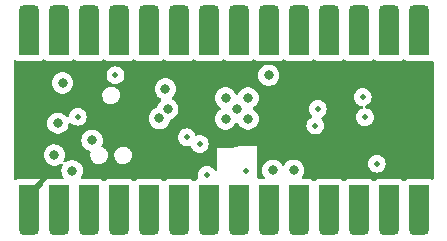
<source format=gbr>
%TF.GenerationSoftware,KiCad,Pcbnew,7.0.7*%
%TF.CreationDate,2024-01-24T12:14:40-08:00*%
%TF.ProjectId,Waffle_Mini_v0,57616666-6c65-45f4-9d69-6e695f76302e,rev?*%
%TF.SameCoordinates,Original*%
%TF.FileFunction,Copper,L3,Inr*%
%TF.FilePolarity,Positive*%
%FSLAX46Y46*%
G04 Gerber Fmt 4.6, Leading zero omitted, Abs format (unit mm)*
G04 Created by KiCad (PCBNEW 7.0.7) date 2024-01-24 12:14:40*
%MOMM*%
%LPD*%
G01*
G04 APERTURE LIST*
G04 Aperture macros list*
%AMRoundRect*
0 Rectangle with rounded corners*
0 $1 Rounding radius*
0 $2 $3 $4 $5 $6 $7 $8 $9 X,Y pos of 4 corners*
0 Add a 4 corners polygon primitive as box body*
4,1,4,$2,$3,$4,$5,$6,$7,$8,$9,$2,$3,0*
0 Add four circle primitives for the rounded corners*
1,1,$1+$1,$2,$3*
1,1,$1+$1,$4,$5*
1,1,$1+$1,$6,$7*
1,1,$1+$1,$8,$9*
0 Add four rect primitives between the rounded corners*
20,1,$1+$1,$2,$3,$4,$5,0*
20,1,$1+$1,$4,$5,$6,$7,0*
20,1,$1+$1,$6,$7,$8,$9,0*
20,1,$1+$1,$8,$9,$2,$3,0*%
%AMFreePoly0*
4,1,19,0.850000,-2.000000,0.845017,-2.091901,0.805505,-2.271406,0.728329,-2.438221,0.617096,-2.584545,0.477009,-2.703536,0.314617,-2.789630,0.137515,-2.838803,-0.046018,-2.848753,-0.227399,-2.819017,-0.398147,-2.750985,-0.550278,-2.647838,-0.676679,-2.514398,-0.771439,-2.356906,-0.830127,-2.182725,-0.850000,-2.000000,-0.850000,0.850000,0.850000,0.850000,0.850000,-2.000000,0.850000,-2.000000,
$1*%
G04 Aperture macros list end*
%TA.AperFunction,CastellatedPad*%
%ADD10FreePoly0,0.000000*%
%TD*%
%TA.AperFunction,CastellatedPad*%
%ADD11RoundRect,0.425000X-0.425000X-0.425000X0.425000X-0.425000X0.425000X0.425000X-0.425000X0.425000X0*%
%TD*%
%TA.AperFunction,CastellatedPad*%
%ADD12FreePoly0,180.000000*%
%TD*%
%TA.AperFunction,CastellatedPad*%
%ADD13RoundRect,0.425000X0.425000X0.425000X-0.425000X0.425000X-0.425000X-0.425000X0.425000X-0.425000X0*%
%TD*%
%TA.AperFunction,ViaPad*%
%ADD14C,0.800000*%
%TD*%
%TA.AperFunction,ViaPad*%
%ADD15C,0.500000*%
%TD*%
G04 APERTURE END LIST*
D10*
%TO.N,GND*%
%TO.C,J15*%
X152400000Y-101600000D03*
D11*
X152400000Y-104140000D03*
%TD*%
D12*
%TO.N,Net-(J7-Pin_1)*%
%TO.C,J7*%
X144780000Y-88900000D03*
D13*
X144780000Y-86360000D03*
%TD*%
D10*
%TO.N,+3.3V*%
%TO.C,J25*%
X134620000Y-101600000D03*
D11*
X134620000Y-104140000D03*
%TD*%
D12*
%TO.N,Net-(J21-Pin_1)*%
%TO.C,J21*%
X165100000Y-88900000D03*
D13*
X165100000Y-86360000D03*
%TD*%
D12*
%TO.N,Net-(J9-Pin_1)*%
%TO.C,J9*%
X139700000Y-88900000D03*
D13*
X139700000Y-86360000D03*
%TD*%
D10*
%TO.N,/CANL*%
%TO.C,J18*%
X160020000Y-101600000D03*
D11*
X160020000Y-104140000D03*
%TD*%
D12*
%TO.N,Net-(J23-Pin_1)*%
%TO.C,J23*%
X160020000Y-88900000D03*
D13*
X160020000Y-86360000D03*
%TD*%
D10*
%TO.N,Net-(J12-Pin_1)*%
%TO.C,J12*%
X144780000Y-101600000D03*
D11*
X144780000Y-104140000D03*
%TD*%
D10*
%TO.N,GND*%
%TO.C,J27*%
X137160000Y-101600000D03*
D11*
X137160000Y-104140000D03*
%TD*%
D12*
%TO.N,Net-(J4-Pin_1)*%
%TO.C,J4*%
X152400000Y-88900000D03*
D13*
X152400000Y-86360000D03*
%TD*%
D12*
%TO.N,GND*%
%TO.C,J29*%
X167640000Y-88900000D03*
D13*
X167640000Y-86360000D03*
%TD*%
D12*
%TO.N,Net-(J6-Pin_1)*%
%TO.C,J6*%
X147320000Y-88900000D03*
D13*
X147320000Y-86360000D03*
%TD*%
D12*
%TO.N,Net-(J22-Pin_1)*%
%TO.C,J22*%
X162560000Y-88900000D03*
D13*
X162560000Y-86360000D03*
%TD*%
D12*
%TO.N,GND*%
%TO.C,J26*%
X137160000Y-88900000D03*
D13*
X137160000Y-86360000D03*
%TD*%
D12*
%TO.N,Net-(J8-Pin_1)*%
%TO.C,J8*%
X142240000Y-88900000D03*
D13*
X142240000Y-86360000D03*
%TD*%
D12*
%TO.N,Net-(J2-Pin_1)*%
%TO.C,J2*%
X157480000Y-88900000D03*
D13*
X157480000Y-86360000D03*
%TD*%
D10*
%TO.N,Net-(J13-Pin_1)*%
%TO.C,J13*%
X147320000Y-101600000D03*
D11*
X147320000Y-104140000D03*
%TD*%
D12*
%TO.N,+VSW*%
%TO.C,J24*%
X134620000Y-88900000D03*
D13*
X134620000Y-86360000D03*
%TD*%
D10*
%TO.N,Net-(J11-Pin_1)*%
%TO.C,J11*%
X142240000Y-101600000D03*
D11*
X142240000Y-104140000D03*
%TD*%
D10*
%TO.N,GND*%
%TO.C,J28*%
X167640000Y-101600000D03*
D11*
X167640000Y-104140000D03*
%TD*%
D10*
%TO.N,Net-(J14-Pin_1)*%
%TO.C,J14*%
X149860000Y-101600000D03*
D11*
X149860000Y-104140000D03*
%TD*%
D12*
%TO.N,Net-(J5-Pin_1)*%
%TO.C,J5*%
X149860000Y-88900000D03*
D13*
X149860000Y-86360000D03*
%TD*%
D12*
%TO.N,Net-(J3-Pin_1)*%
%TO.C,J3*%
X154940000Y-88900000D03*
D13*
X154940000Y-86360000D03*
%TD*%
D10*
%TO.N,GND*%
%TO.C,J16*%
X154940000Y-101600000D03*
D11*
X154940000Y-104140000D03*
%TD*%
D10*
%TO.N,Net-(J20-Pin_1)*%
%TO.C,J20*%
X165100000Y-101600000D03*
D11*
X165100000Y-104140000D03*
%TD*%
D10*
%TO.N,GND*%
%TO.C,J17*%
X157480000Y-101600000D03*
D11*
X157480000Y-104140000D03*
%TD*%
D10*
%TO.N,/CANH*%
%TO.C,J19*%
X162560000Y-101600000D03*
D11*
X162560000Y-104140000D03*
%TD*%
D10*
%TO.N,Net-(J10-Pin_1)*%
%TO.C,J10*%
X139700000Y-101600000D03*
D11*
X139700000Y-104140000D03*
%TD*%
D14*
%TO.N,GND*%
X136800000Y-98200000D03*
X140000000Y-96950000D03*
D15*
X149700000Y-99875000D03*
D14*
X138300000Y-99525000D03*
X152300000Y-94260000D03*
X137500000Y-92100000D03*
X137100000Y-95500000D03*
X146200000Y-92600000D03*
X157056250Y-99500000D03*
X155306250Y-99500000D03*
X153200000Y-95160000D03*
D15*
X162900000Y-93300000D03*
D14*
X151300000Y-93360000D03*
X153200000Y-93360000D03*
X151300000Y-95160000D03*
D15*
X164100000Y-98925000D03*
X153050000Y-99550000D03*
D14*
%TO.N,+3.3V*%
X134800000Y-98200000D03*
X138300000Y-97925000D03*
X134800000Y-96600000D03*
D15*
X149700000Y-98325000D03*
D14*
X144500000Y-97425000D03*
D15*
X161300000Y-93300000D03*
D14*
X140195000Y-93655000D03*
X155306250Y-98100000D03*
X148100000Y-92600000D03*
X157900000Y-91550000D03*
X144500000Y-92725000D03*
%TO.N,/JTAG_TMS*%
X146400000Y-94300000D03*
D15*
X149100000Y-97262000D03*
%TO.N,/JTAG_TCK*%
X148006233Y-96706233D03*
D14*
X145700000Y-95100000D03*
%TO.N,/XRSn*%
X154950000Y-91450000D03*
D15*
X138775000Y-94950000D03*
X141975000Y-91450000D03*
%TO.N,Net-(J20-Pin_1)*%
X159100000Y-94300000D03*
%TO.N,/CANTX*%
X158900000Y-95700000D03*
X163100000Y-95000000D03*
%TD*%
%TA.AperFunction,Conductor*%
%TO.N,+3.3V*%
G36*
X166454434Y-90121486D02*
G01*
X166516627Y-90175377D01*
X166647543Y-90235165D01*
X166790000Y-90255647D01*
X167563766Y-90255647D01*
X167567122Y-90255737D01*
X167582029Y-90256546D01*
X167621083Y-90258664D01*
X167621085Y-90258664D01*
X167621088Y-90258664D01*
X167656889Y-90256722D01*
X167675056Y-90255737D01*
X167678410Y-90255647D01*
X168490000Y-90255647D01*
X168561961Y-90250500D01*
X168561963Y-90250499D01*
X168561965Y-90250499D01*
X168700050Y-90209954D01*
X168700050Y-90209953D01*
X168700053Y-90209953D01*
X168718459Y-90198123D01*
X168785498Y-90178438D01*
X168852538Y-90198121D01*
X168898293Y-90250925D01*
X168909500Y-90302438D01*
X168909500Y-100198409D01*
X168889815Y-100265448D01*
X168837011Y-100311203D01*
X168767853Y-100321147D01*
X168733988Y-100311203D01*
X168632456Y-100264834D01*
X168525792Y-100249499D01*
X168490000Y-100244353D01*
X168489998Y-100244353D01*
X167716234Y-100244353D01*
X167712877Y-100244262D01*
X167697970Y-100243453D01*
X167658917Y-100241336D01*
X167658912Y-100241336D01*
X167623110Y-100243277D01*
X167604943Y-100244262D01*
X167601590Y-100244353D01*
X166790000Y-100244353D01*
X166718039Y-100249499D01*
X166718034Y-100249500D01*
X166579949Y-100290045D01*
X166458872Y-100367857D01*
X166452172Y-100373663D01*
X166450880Y-100372172D01*
X166401689Y-100403779D01*
X166331819Y-100403771D01*
X166285565Y-100378512D01*
X166271605Y-100366416D01*
X166223373Y-100324623D01*
X166199598Y-100313765D01*
X166092456Y-100264834D01*
X165985792Y-100249499D01*
X165950000Y-100244353D01*
X165949998Y-100244353D01*
X165176234Y-100244353D01*
X165172877Y-100244262D01*
X165157970Y-100243453D01*
X165118917Y-100241336D01*
X165118912Y-100241336D01*
X165083110Y-100243277D01*
X165064943Y-100244262D01*
X165061590Y-100244353D01*
X164250000Y-100244353D01*
X164178039Y-100249499D01*
X164178034Y-100249500D01*
X164039949Y-100290045D01*
X163918872Y-100367857D01*
X163912172Y-100373663D01*
X163910880Y-100372172D01*
X163861689Y-100403779D01*
X163791819Y-100403771D01*
X163745565Y-100378512D01*
X163731605Y-100366416D01*
X163683373Y-100324623D01*
X163659598Y-100313765D01*
X163552456Y-100264834D01*
X163445792Y-100249499D01*
X163410000Y-100244353D01*
X163409998Y-100244353D01*
X162636234Y-100244353D01*
X162632877Y-100244262D01*
X162617970Y-100243453D01*
X162578917Y-100241336D01*
X162578912Y-100241336D01*
X162543110Y-100243277D01*
X162524943Y-100244262D01*
X162521590Y-100244353D01*
X161710000Y-100244353D01*
X161638039Y-100249499D01*
X161638034Y-100249500D01*
X161499949Y-100290045D01*
X161378872Y-100367857D01*
X161372172Y-100373663D01*
X161370880Y-100372172D01*
X161321689Y-100403779D01*
X161251819Y-100403771D01*
X161205565Y-100378512D01*
X161191605Y-100366416D01*
X161143373Y-100324623D01*
X161119598Y-100313765D01*
X161012456Y-100264834D01*
X160905792Y-100249499D01*
X160870000Y-100244353D01*
X160869998Y-100244353D01*
X160096234Y-100244353D01*
X160092877Y-100244262D01*
X160077970Y-100243453D01*
X160038917Y-100241336D01*
X160038912Y-100241336D01*
X160003110Y-100243277D01*
X159984943Y-100244262D01*
X159981590Y-100244353D01*
X159170000Y-100244353D01*
X159098039Y-100249499D01*
X159098034Y-100249500D01*
X158959949Y-100290045D01*
X158838872Y-100367857D01*
X158832172Y-100373663D01*
X158830880Y-100372172D01*
X158781689Y-100403779D01*
X158711819Y-100403771D01*
X158665565Y-100378512D01*
X158651605Y-100366416D01*
X158603373Y-100324623D01*
X158579598Y-100313765D01*
X158472456Y-100264834D01*
X158365792Y-100249499D01*
X158330000Y-100244353D01*
X158329998Y-100244353D01*
X157876282Y-100244353D01*
X157809243Y-100224668D01*
X157763488Y-100171864D01*
X157753544Y-100102706D01*
X157782569Y-100039150D01*
X157784134Y-100037379D01*
X157788783Y-100032216D01*
X157883429Y-99868284D01*
X157941924Y-99688256D01*
X157961710Y-99500000D01*
X157941924Y-99311744D01*
X157883429Y-99131716D01*
X157788783Y-98967784D01*
X157750262Y-98925002D01*
X163344751Y-98925002D01*
X163363685Y-99093056D01*
X163419545Y-99252694D01*
X163419547Y-99252697D01*
X163509518Y-99395884D01*
X163509523Y-99395890D01*
X163629109Y-99515476D01*
X163629115Y-99515481D01*
X163772302Y-99605452D01*
X163772305Y-99605454D01*
X163772309Y-99605455D01*
X163772310Y-99605456D01*
X163844913Y-99630860D01*
X163931943Y-99661314D01*
X164099997Y-99680249D01*
X164100000Y-99680249D01*
X164100003Y-99680249D01*
X164268056Y-99661314D01*
X164268059Y-99661313D01*
X164427690Y-99605456D01*
X164427692Y-99605454D01*
X164427694Y-99605454D01*
X164427697Y-99605452D01*
X164570884Y-99515481D01*
X164570885Y-99515480D01*
X164570890Y-99515477D01*
X164690477Y-99395890D01*
X164743350Y-99311744D01*
X164780452Y-99252697D01*
X164780454Y-99252694D01*
X164780454Y-99252692D01*
X164780456Y-99252690D01*
X164836313Y-99093059D01*
X164836313Y-99093058D01*
X164836314Y-99093056D01*
X164855249Y-98925002D01*
X164855249Y-98924997D01*
X164836314Y-98756943D01*
X164780454Y-98597305D01*
X164780452Y-98597302D01*
X164690481Y-98454115D01*
X164690476Y-98454109D01*
X164570890Y-98334523D01*
X164570884Y-98334518D01*
X164427697Y-98244547D01*
X164427694Y-98244545D01*
X164268056Y-98188685D01*
X164100003Y-98169751D01*
X164099997Y-98169751D01*
X163931943Y-98188685D01*
X163772305Y-98244545D01*
X163772302Y-98244547D01*
X163629115Y-98334518D01*
X163629109Y-98334523D01*
X163509523Y-98454109D01*
X163509518Y-98454115D01*
X163419547Y-98597302D01*
X163419545Y-98597305D01*
X163363685Y-98756943D01*
X163344751Y-98924997D01*
X163344751Y-98925002D01*
X157750262Y-98925002D01*
X157662121Y-98827112D01*
X157654488Y-98821566D01*
X157508984Y-98715851D01*
X157508979Y-98715848D01*
X157336057Y-98638857D01*
X157336052Y-98638855D01*
X157190251Y-98607865D01*
X157150896Y-98599500D01*
X156961604Y-98599500D01*
X156929147Y-98606398D01*
X156776447Y-98638855D01*
X156776442Y-98638857D01*
X156603520Y-98715848D01*
X156603515Y-98715851D01*
X156450379Y-98827111D01*
X156323716Y-98967785D01*
X156288637Y-99028544D01*
X156238070Y-99076760D01*
X156169463Y-99089983D01*
X156104598Y-99064015D01*
X156073863Y-99028544D01*
X156053217Y-98992785D01*
X156038783Y-98967784D01*
X155912121Y-98827112D01*
X155904488Y-98821566D01*
X155758984Y-98715851D01*
X155758979Y-98715848D01*
X155586057Y-98638857D01*
X155586052Y-98638855D01*
X155440251Y-98607865D01*
X155400896Y-98599500D01*
X155211604Y-98599500D01*
X155179147Y-98606398D01*
X155026447Y-98638855D01*
X155026442Y-98638857D01*
X154853520Y-98715848D01*
X154853515Y-98715851D01*
X154700379Y-98827111D01*
X154573716Y-98967785D01*
X154479071Y-99131715D01*
X154479068Y-99131722D01*
X154420577Y-99311740D01*
X154420576Y-99311744D01*
X154400790Y-99500000D01*
X154420576Y-99688256D01*
X154420577Y-99688259D01*
X154479068Y-99868277D01*
X154479071Y-99868284D01*
X154573717Y-100032216D01*
X154578366Y-100037379D01*
X154608597Y-100100370D01*
X154599974Y-100169705D01*
X154555233Y-100223372D01*
X154488581Y-100244330D01*
X154486218Y-100244353D01*
X154124000Y-100244353D01*
X154056961Y-100224668D01*
X154011206Y-100171864D01*
X154000000Y-100120353D01*
X154000000Y-97400000D01*
X153400000Y-97400000D01*
X152500000Y-97400000D01*
X152499995Y-97400000D01*
X151816698Y-97595229D01*
X151782633Y-97600000D01*
X150600000Y-97600000D01*
X150600000Y-99466298D01*
X150580315Y-99533337D01*
X150527511Y-99579092D01*
X150458353Y-99589036D01*
X150394797Y-99560011D01*
X150371007Y-99532271D01*
X150290478Y-99404111D01*
X150170890Y-99284523D01*
X150170884Y-99284518D01*
X150027697Y-99194547D01*
X150027694Y-99194545D01*
X149868056Y-99138685D01*
X149700003Y-99119751D01*
X149699997Y-99119751D01*
X149531943Y-99138685D01*
X149372305Y-99194545D01*
X149372302Y-99194547D01*
X149229115Y-99284518D01*
X149229109Y-99284523D01*
X149109523Y-99404109D01*
X149109518Y-99404115D01*
X149019547Y-99547302D01*
X149019545Y-99547305D01*
X148963685Y-99706943D01*
X148944751Y-99874997D01*
X148944751Y-99875002D01*
X148963686Y-100043059D01*
X148963686Y-100043061D01*
X148983704Y-100100267D01*
X148987266Y-100170046D01*
X148952538Y-100230673D01*
X148901598Y-100260199D01*
X148799949Y-100290045D01*
X148678872Y-100367857D01*
X148672172Y-100373663D01*
X148670880Y-100372172D01*
X148621689Y-100403779D01*
X148551819Y-100403771D01*
X148505565Y-100378512D01*
X148491605Y-100366416D01*
X148443373Y-100324623D01*
X148419598Y-100313765D01*
X148312456Y-100264834D01*
X148205792Y-100249499D01*
X148170000Y-100244353D01*
X148169998Y-100244353D01*
X147396234Y-100244353D01*
X147392877Y-100244262D01*
X147377970Y-100243453D01*
X147338917Y-100241336D01*
X147338912Y-100241336D01*
X147303110Y-100243277D01*
X147284943Y-100244262D01*
X147281590Y-100244353D01*
X146470000Y-100244353D01*
X146398039Y-100249499D01*
X146398034Y-100249500D01*
X146259949Y-100290045D01*
X146138872Y-100367857D01*
X146132172Y-100373663D01*
X146130880Y-100372172D01*
X146081689Y-100403779D01*
X146011819Y-100403771D01*
X145965565Y-100378512D01*
X145951605Y-100366416D01*
X145903373Y-100324623D01*
X145879598Y-100313765D01*
X145772456Y-100264834D01*
X145665792Y-100249499D01*
X145630000Y-100244353D01*
X145629998Y-100244353D01*
X144856234Y-100244353D01*
X144852877Y-100244262D01*
X144837970Y-100243453D01*
X144798917Y-100241336D01*
X144798912Y-100241336D01*
X144763110Y-100243277D01*
X144744943Y-100244262D01*
X144741590Y-100244353D01*
X143930000Y-100244353D01*
X143858039Y-100249499D01*
X143858034Y-100249500D01*
X143719949Y-100290045D01*
X143598872Y-100367857D01*
X143592172Y-100373663D01*
X143590880Y-100372172D01*
X143541689Y-100403779D01*
X143471819Y-100403771D01*
X143425565Y-100378512D01*
X143411605Y-100366416D01*
X143363373Y-100324623D01*
X143339598Y-100313765D01*
X143232456Y-100264834D01*
X143125792Y-100249499D01*
X143090000Y-100244353D01*
X143089998Y-100244353D01*
X142316234Y-100244353D01*
X142312877Y-100244262D01*
X142297970Y-100243453D01*
X142258917Y-100241336D01*
X142258912Y-100241336D01*
X142223110Y-100243277D01*
X142204943Y-100244262D01*
X142201590Y-100244353D01*
X141390000Y-100244353D01*
X141318039Y-100249499D01*
X141318034Y-100249500D01*
X141179949Y-100290045D01*
X141058872Y-100367857D01*
X141052172Y-100373663D01*
X141050880Y-100372172D01*
X141001689Y-100403779D01*
X140931819Y-100403771D01*
X140885565Y-100378512D01*
X140871605Y-100366416D01*
X140823373Y-100324623D01*
X140799598Y-100313765D01*
X140692456Y-100264834D01*
X140585792Y-100249499D01*
X140550000Y-100244353D01*
X140549998Y-100244353D01*
X139776234Y-100244353D01*
X139772877Y-100244262D01*
X139757970Y-100243453D01*
X139718917Y-100241336D01*
X139718912Y-100241336D01*
X139683110Y-100243277D01*
X139664943Y-100244262D01*
X139661590Y-100244353D01*
X139139264Y-100244353D01*
X139072225Y-100224668D01*
X139026470Y-100171864D01*
X139016526Y-100102706D01*
X139031877Y-100058353D01*
X139082046Y-99971456D01*
X139127179Y-99893284D01*
X139185674Y-99713256D01*
X139205460Y-99525000D01*
X139185674Y-99336744D01*
X139127179Y-99156716D01*
X139032533Y-98992784D01*
X138905871Y-98852112D01*
X138905870Y-98852111D01*
X138752734Y-98740851D01*
X138752729Y-98740848D01*
X138579807Y-98663857D01*
X138579802Y-98663855D01*
X138434000Y-98632865D01*
X138394646Y-98624500D01*
X138205354Y-98624500D01*
X138172897Y-98631398D01*
X138020197Y-98663855D01*
X138020192Y-98663857D01*
X137847270Y-98740848D01*
X137847265Y-98740851D01*
X137768489Y-98798086D01*
X137702683Y-98821566D01*
X137634629Y-98805740D01*
X137585934Y-98755635D01*
X137572059Y-98687157D01*
X137588217Y-98635768D01*
X137627179Y-98568284D01*
X137685674Y-98388256D01*
X137705460Y-98200000D01*
X137685674Y-98011744D01*
X137627179Y-97831716D01*
X137532533Y-97667784D01*
X137405871Y-97527112D01*
X137381443Y-97509364D01*
X137252734Y-97415851D01*
X137252729Y-97415848D01*
X137079807Y-97338857D01*
X137079802Y-97338855D01*
X136934001Y-97307865D01*
X136894646Y-97299500D01*
X136705354Y-97299500D01*
X136672897Y-97306398D01*
X136520197Y-97338855D01*
X136520192Y-97338857D01*
X136347270Y-97415848D01*
X136347265Y-97415851D01*
X136194129Y-97527111D01*
X136067466Y-97667785D01*
X135972821Y-97831715D01*
X135972818Y-97831722D01*
X135914327Y-98011740D01*
X135914326Y-98011744D01*
X135894540Y-98200000D01*
X135914326Y-98388256D01*
X135914327Y-98388259D01*
X135972818Y-98568277D01*
X135972821Y-98568284D01*
X136067467Y-98732216D01*
X136152911Y-98827111D01*
X136194129Y-98872888D01*
X136347265Y-98984148D01*
X136347270Y-98984151D01*
X136520192Y-99061142D01*
X136520197Y-99061144D01*
X136705354Y-99100500D01*
X136705355Y-99100500D01*
X136894644Y-99100500D01*
X136894646Y-99100500D01*
X137079803Y-99061144D01*
X137252730Y-98984151D01*
X137331512Y-98926912D01*
X137397314Y-98903433D01*
X137465369Y-98919258D01*
X137514064Y-98969363D01*
X137527940Y-99037841D01*
X137511783Y-99089229D01*
X137472822Y-99156713D01*
X137472818Y-99156722D01*
X137422450Y-99311740D01*
X137414326Y-99336744D01*
X137394540Y-99525000D01*
X137414326Y-99713256D01*
X137414327Y-99713259D01*
X137472818Y-99893277D01*
X137472821Y-99893284D01*
X137568123Y-100058353D01*
X137584596Y-100126254D01*
X137561743Y-100192280D01*
X137506822Y-100235471D01*
X137460736Y-100244353D01*
X137236234Y-100244353D01*
X137232877Y-100244262D01*
X137217970Y-100243453D01*
X137178917Y-100241336D01*
X137178912Y-100241336D01*
X137143110Y-100243277D01*
X137124943Y-100244262D01*
X137121590Y-100244353D01*
X136310000Y-100244353D01*
X136238039Y-100249499D01*
X136238034Y-100249500D01*
X136099949Y-100290045D01*
X135978873Y-100367856D01*
X135884623Y-100476626D01*
X135884622Y-100476628D01*
X135824834Y-100607543D01*
X135807002Y-100731573D01*
X135777977Y-100795129D01*
X135771945Y-100801607D01*
X135228949Y-101344602D01*
X135167626Y-101378087D01*
X135097934Y-101373103D01*
X135042001Y-101331231D01*
X135036953Y-101323961D01*
X135001761Y-101269202D01*
X134886398Y-101169241D01*
X134888708Y-101166574D01*
X134854005Y-101126528D01*
X134844058Y-101057370D01*
X134873080Y-100993813D01*
X134879116Y-100987330D01*
X135602533Y-100263913D01*
X135469998Y-100244858D01*
X134696270Y-100244858D01*
X134692913Y-100244767D01*
X134638946Y-100241841D01*
X134638940Y-100241841D01*
X134584975Y-100244767D01*
X134581618Y-100244858D01*
X133769999Y-100244858D01*
X133698109Y-100249999D01*
X133560158Y-100290505D01*
X133541536Y-100302473D01*
X133474496Y-100322156D01*
X133407457Y-100302470D01*
X133361703Y-100249665D01*
X133350499Y-100198159D01*
X133350499Y-96950000D01*
X139094540Y-96950000D01*
X139114326Y-97138256D01*
X139114327Y-97138259D01*
X139172818Y-97318277D01*
X139172821Y-97318284D01*
X139267467Y-97482216D01*
X139384911Y-97612650D01*
X139394129Y-97622888D01*
X139547265Y-97734148D01*
X139547270Y-97734151D01*
X139720191Y-97811142D01*
X139720193Y-97811142D01*
X139720197Y-97811144D01*
X139794210Y-97826875D01*
X139855689Y-97860067D01*
X139889466Y-97921229D01*
X139887218Y-97983728D01*
X139849532Y-98109608D01*
X139849530Y-98109616D01*
X139839393Y-98283659D01*
X139869449Y-98454115D01*
X139869668Y-98455354D01*
X139938721Y-98615438D01*
X139938722Y-98615440D01*
X139938724Y-98615443D01*
X140032086Y-98740849D01*
X140042832Y-98755283D01*
X140176386Y-98867349D01*
X140332185Y-98945594D01*
X140501829Y-98985800D01*
X140501831Y-98985800D01*
X140632429Y-98985800D01*
X140632436Y-98985800D01*
X140762164Y-98970637D01*
X140925993Y-98911008D01*
X141071654Y-98815205D01*
X141191296Y-98688393D01*
X141278467Y-98537407D01*
X141328469Y-98370388D01*
X141333521Y-98283659D01*
X141871393Y-98283659D01*
X141901449Y-98454115D01*
X141901668Y-98455354D01*
X141970721Y-98615438D01*
X141970722Y-98615440D01*
X141970724Y-98615443D01*
X142064086Y-98740849D01*
X142074832Y-98755283D01*
X142208386Y-98867349D01*
X142364185Y-98945594D01*
X142533829Y-98985800D01*
X142533831Y-98985800D01*
X142664429Y-98985800D01*
X142664436Y-98985800D01*
X142794164Y-98970637D01*
X142957993Y-98911008D01*
X143103654Y-98815205D01*
X143223296Y-98688393D01*
X143310467Y-98537407D01*
X143360469Y-98370388D01*
X143370607Y-98196340D01*
X143340332Y-98024646D01*
X143271279Y-97864562D01*
X143262281Y-97852476D01*
X143174189Y-97734148D01*
X143167168Y-97724717D01*
X143151066Y-97711206D01*
X143033614Y-97612651D01*
X143033612Y-97612650D01*
X142877818Y-97534407D01*
X142877816Y-97534406D01*
X142877815Y-97534406D01*
X142708171Y-97494200D01*
X142577564Y-97494200D01*
X142464052Y-97507467D01*
X142447835Y-97509363D01*
X142447832Y-97509364D01*
X142284008Y-97568991D01*
X142284004Y-97568993D01*
X142138348Y-97664792D01*
X142138347Y-97664793D01*
X142018706Y-97791603D01*
X142018703Y-97791609D01*
X141931534Y-97942590D01*
X141881531Y-98109610D01*
X141881530Y-98109616D01*
X141871393Y-98283659D01*
X141333521Y-98283659D01*
X141338607Y-98196340D01*
X141308332Y-98024646D01*
X141239279Y-97864562D01*
X141230281Y-97852476D01*
X141142189Y-97734148D01*
X141135168Y-97724717D01*
X141119066Y-97711206D01*
X141001614Y-97612651D01*
X141001612Y-97612650D01*
X140852089Y-97537556D01*
X140801015Y-97489878D01*
X140783825Y-97422156D01*
X140800353Y-97364747D01*
X140827179Y-97318284D01*
X140885674Y-97138256D01*
X140905460Y-96950000D01*
X140885674Y-96761744D01*
X140867638Y-96706235D01*
X147250984Y-96706235D01*
X147269918Y-96874289D01*
X147325778Y-97033927D01*
X147325780Y-97033930D01*
X147415751Y-97177117D01*
X147415756Y-97177123D01*
X147535342Y-97296709D01*
X147535348Y-97296714D01*
X147678535Y-97386685D01*
X147678538Y-97386687D01*
X147678542Y-97386688D01*
X147678543Y-97386689D01*
X147716584Y-97400000D01*
X147838176Y-97442547D01*
X148006230Y-97461482D01*
X148006233Y-97461482D01*
X148006236Y-97461482D01*
X148132277Y-97447280D01*
X148174292Y-97442546D01*
X148229877Y-97423095D01*
X148299655Y-97419533D01*
X148360282Y-97454261D01*
X148387873Y-97499182D01*
X148419542Y-97589686D01*
X148419547Y-97589697D01*
X148509518Y-97732884D01*
X148509523Y-97732890D01*
X148629109Y-97852476D01*
X148629115Y-97852481D01*
X148772302Y-97942452D01*
X148772305Y-97942454D01*
X148772309Y-97942455D01*
X148772310Y-97942456D01*
X148772702Y-97942593D01*
X148931943Y-97998314D01*
X149099997Y-98017249D01*
X149100000Y-98017249D01*
X149100003Y-98017249D01*
X149268056Y-97998314D01*
X149268059Y-97998313D01*
X149427690Y-97942456D01*
X149427692Y-97942454D01*
X149427694Y-97942454D01*
X149427697Y-97942452D01*
X149570884Y-97852481D01*
X149570885Y-97852480D01*
X149570890Y-97852477D01*
X149690477Y-97732890D01*
X149690481Y-97732884D01*
X149780452Y-97589697D01*
X149780454Y-97589694D01*
X149780454Y-97589692D01*
X149780456Y-97589690D01*
X149836313Y-97430059D01*
X149836313Y-97430058D01*
X149836314Y-97430056D01*
X149855249Y-97262002D01*
X149855249Y-97261997D01*
X149836314Y-97093943D01*
X149780454Y-96934305D01*
X149780452Y-96934302D01*
X149690481Y-96791115D01*
X149690476Y-96791109D01*
X149570890Y-96671523D01*
X149570884Y-96671518D01*
X149427697Y-96581547D01*
X149427694Y-96581545D01*
X149268056Y-96525685D01*
X149100003Y-96506751D01*
X149099997Y-96506751D01*
X148931942Y-96525686D01*
X148876354Y-96545137D01*
X148806575Y-96548698D01*
X148745948Y-96513969D01*
X148718358Y-96469049D01*
X148687358Y-96380456D01*
X148686689Y-96378543D01*
X148686686Y-96378538D01*
X148686685Y-96378535D01*
X148596714Y-96235348D01*
X148596709Y-96235342D01*
X148477123Y-96115756D01*
X148477117Y-96115751D01*
X148333930Y-96025780D01*
X148333927Y-96025778D01*
X148174289Y-95969918D01*
X148006236Y-95950984D01*
X148006230Y-95950984D01*
X147838176Y-95969918D01*
X147678538Y-96025778D01*
X147678535Y-96025780D01*
X147535348Y-96115751D01*
X147535342Y-96115756D01*
X147415756Y-96235342D01*
X147415751Y-96235348D01*
X147325780Y-96378535D01*
X147325778Y-96378538D01*
X147269918Y-96538176D01*
X147250984Y-96706230D01*
X147250984Y-96706235D01*
X140867638Y-96706235D01*
X140827179Y-96581716D01*
X140732533Y-96417784D01*
X140605871Y-96277112D01*
X140548381Y-96235343D01*
X140452734Y-96165851D01*
X140452729Y-96165848D01*
X140279807Y-96088857D01*
X140279802Y-96088855D01*
X140134000Y-96057865D01*
X140094646Y-96049500D01*
X139905354Y-96049500D01*
X139872897Y-96056398D01*
X139720197Y-96088855D01*
X139720192Y-96088857D01*
X139547270Y-96165848D01*
X139547265Y-96165851D01*
X139394129Y-96277111D01*
X139267466Y-96417785D01*
X139172821Y-96581715D01*
X139172818Y-96581722D01*
X139132362Y-96706235D01*
X139114326Y-96761744D01*
X139094540Y-96950000D01*
X133350499Y-96950000D01*
X133350499Y-95500000D01*
X136194540Y-95500000D01*
X136214326Y-95688256D01*
X136214327Y-95688259D01*
X136272818Y-95868277D01*
X136272821Y-95868284D01*
X136367467Y-96032216D01*
X136442687Y-96115756D01*
X136494129Y-96172888D01*
X136647265Y-96284148D01*
X136647270Y-96284151D01*
X136820192Y-96361142D01*
X136820197Y-96361144D01*
X137005354Y-96400500D01*
X137005355Y-96400500D01*
X137194644Y-96400500D01*
X137194646Y-96400500D01*
X137379803Y-96361144D01*
X137552730Y-96284151D01*
X137705871Y-96172888D01*
X137832533Y-96032216D01*
X137927179Y-95868284D01*
X137985674Y-95688256D01*
X138002840Y-95524924D01*
X138029423Y-95460313D01*
X138086720Y-95420328D01*
X138156539Y-95417668D01*
X138213841Y-95450208D01*
X138304109Y-95540476D01*
X138304115Y-95540481D01*
X138447302Y-95630452D01*
X138447305Y-95630454D01*
X138447309Y-95630455D01*
X138447310Y-95630456D01*
X138452340Y-95632216D01*
X138606943Y-95686314D01*
X138774997Y-95705249D01*
X138775000Y-95705249D01*
X138775003Y-95705249D01*
X138943056Y-95686314D01*
X138959809Y-95680452D01*
X139102690Y-95630456D01*
X139102692Y-95630454D01*
X139102694Y-95630454D01*
X139102697Y-95630452D01*
X139245884Y-95540481D01*
X139245885Y-95540480D01*
X139245890Y-95540477D01*
X139365477Y-95420890D01*
X139396007Y-95372302D01*
X139455452Y-95277697D01*
X139455454Y-95277694D01*
X139455454Y-95277692D01*
X139455456Y-95277690D01*
X139511313Y-95118059D01*
X139511313Y-95118058D01*
X139511314Y-95118056D01*
X139513348Y-95100000D01*
X144794540Y-95100000D01*
X144814326Y-95288256D01*
X144814327Y-95288258D01*
X144814327Y-95288259D01*
X144872818Y-95468277D01*
X144872821Y-95468284D01*
X144967467Y-95632216D01*
X145061197Y-95736313D01*
X145094129Y-95772888D01*
X145247265Y-95884148D01*
X145247270Y-95884151D01*
X145420192Y-95961142D01*
X145420197Y-95961144D01*
X145605354Y-96000500D01*
X145605355Y-96000500D01*
X145794644Y-96000500D01*
X145794646Y-96000500D01*
X145979803Y-95961144D01*
X146152730Y-95884151D01*
X146305871Y-95772888D01*
X146432533Y-95632216D01*
X146527179Y-95468284D01*
X146585674Y-95288256D01*
X146587771Y-95268300D01*
X146614353Y-95203689D01*
X146671650Y-95163703D01*
X146673631Y-95163162D01*
X146673628Y-95163150D01*
X146679799Y-95161144D01*
X146679803Y-95161144D01*
X146679806Y-95161142D01*
X146679808Y-95161142D01*
X146682373Y-95160000D01*
X150394540Y-95160000D01*
X150414326Y-95348256D01*
X150414327Y-95348259D01*
X150472818Y-95528277D01*
X150472821Y-95528284D01*
X150567467Y-95692216D01*
X150640105Y-95772888D01*
X150694129Y-95832888D01*
X150847265Y-95944148D01*
X150847270Y-95944151D01*
X151020192Y-96021142D01*
X151020197Y-96021144D01*
X151205354Y-96060500D01*
X151205355Y-96060500D01*
X151394644Y-96060500D01*
X151394646Y-96060500D01*
X151579803Y-96021144D01*
X151752730Y-95944151D01*
X151905871Y-95832888D01*
X152032533Y-95692216D01*
X152127179Y-95528284D01*
X152127181Y-95528277D01*
X152132069Y-95513235D01*
X152171506Y-95455560D01*
X152235865Y-95428361D01*
X152304711Y-95440275D01*
X152356187Y-95487520D01*
X152367931Y-95513235D01*
X152372818Y-95528278D01*
X152372821Y-95528284D01*
X152467467Y-95692216D01*
X152540105Y-95772888D01*
X152594129Y-95832888D01*
X152747265Y-95944148D01*
X152747270Y-95944151D01*
X152920192Y-96021142D01*
X152920197Y-96021144D01*
X153105354Y-96060500D01*
X153105355Y-96060500D01*
X153294644Y-96060500D01*
X153294646Y-96060500D01*
X153479803Y-96021144D01*
X153652730Y-95944151D01*
X153805871Y-95832888D01*
X153925522Y-95700002D01*
X158144751Y-95700002D01*
X158163685Y-95868056D01*
X158219545Y-96027694D01*
X158219547Y-96027697D01*
X158309518Y-96170884D01*
X158309523Y-96170890D01*
X158429109Y-96290476D01*
X158429115Y-96290481D01*
X158572302Y-96380452D01*
X158572305Y-96380454D01*
X158572309Y-96380455D01*
X158572310Y-96380456D01*
X158629593Y-96400500D01*
X158731943Y-96436314D01*
X158899997Y-96455249D01*
X158900000Y-96455249D01*
X158900003Y-96455249D01*
X159068056Y-96436314D01*
X159121009Y-96417785D01*
X159227690Y-96380456D01*
X159227692Y-96380454D01*
X159227694Y-96380454D01*
X159227697Y-96380452D01*
X159370884Y-96290481D01*
X159370885Y-96290480D01*
X159370890Y-96290477D01*
X159490477Y-96170890D01*
X159493643Y-96165851D01*
X159580452Y-96027697D01*
X159580454Y-96027694D01*
X159580454Y-96027692D01*
X159580456Y-96027690D01*
X159636313Y-95868059D01*
X159636313Y-95868058D01*
X159636314Y-95868056D01*
X159655249Y-95700002D01*
X159655249Y-95699997D01*
X159636314Y-95531943D01*
X159580454Y-95372305D01*
X159580452Y-95372302D01*
X159490481Y-95229115D01*
X159490476Y-95229109D01*
X159423493Y-95162126D01*
X159390008Y-95100803D01*
X159394992Y-95031111D01*
X159436864Y-94975178D01*
X159445177Y-94969467D01*
X159570890Y-94890477D01*
X159690477Y-94770890D01*
X159715092Y-94731716D01*
X159780452Y-94627697D01*
X159780454Y-94627694D01*
X159780454Y-94627692D01*
X159780456Y-94627690D01*
X159836313Y-94468059D01*
X159836313Y-94468058D01*
X159836314Y-94468056D01*
X159855249Y-94300002D01*
X159855249Y-94299997D01*
X159836314Y-94131943D01*
X159783306Y-93980455D01*
X159780456Y-93972310D01*
X159780455Y-93972309D01*
X159780454Y-93972305D01*
X159780452Y-93972302D01*
X159690481Y-93829115D01*
X159690476Y-93829109D01*
X159570890Y-93709523D01*
X159570884Y-93709518D01*
X159427697Y-93619547D01*
X159427694Y-93619545D01*
X159268056Y-93563685D01*
X159100003Y-93544751D01*
X159099997Y-93544751D01*
X158931943Y-93563685D01*
X158772305Y-93619545D01*
X158772302Y-93619547D01*
X158629115Y-93709518D01*
X158629109Y-93709523D01*
X158509523Y-93829109D01*
X158509518Y-93829115D01*
X158419547Y-93972302D01*
X158419545Y-93972305D01*
X158363685Y-94131943D01*
X158344751Y-94299997D01*
X158344751Y-94300002D01*
X158363685Y-94468056D01*
X158419545Y-94627694D01*
X158419547Y-94627697D01*
X158509518Y-94770884D01*
X158509523Y-94770890D01*
X158576506Y-94837873D01*
X158609991Y-94899196D01*
X158605007Y-94968888D01*
X158563135Y-95024821D01*
X158554798Y-95030547D01*
X158429111Y-95109521D01*
X158309523Y-95229109D01*
X158309518Y-95229115D01*
X158219547Y-95372302D01*
X158219545Y-95372305D01*
X158163685Y-95531943D01*
X158144751Y-95699997D01*
X158144751Y-95700002D01*
X153925522Y-95700002D01*
X153932533Y-95692216D01*
X154027179Y-95528284D01*
X154085674Y-95348256D01*
X154105460Y-95160000D01*
X154085674Y-94971744D01*
X154027179Y-94791716D01*
X153932533Y-94627784D01*
X153805871Y-94487112D01*
X153794864Y-94479115D01*
X153652734Y-94375851D01*
X153652731Y-94375850D01*
X153652730Y-94375849D01*
X153646957Y-94373279D01*
X153593721Y-94328031D01*
X153573399Y-94261182D01*
X153592443Y-94193958D01*
X153644809Y-94147702D01*
X153646920Y-94146737D01*
X153652730Y-94144151D01*
X153805871Y-94032888D01*
X153932533Y-93892216D01*
X154027179Y-93728284D01*
X154085674Y-93548256D01*
X154105460Y-93360000D01*
X154099154Y-93300002D01*
X162144751Y-93300002D01*
X162163685Y-93468056D01*
X162219545Y-93627694D01*
X162219547Y-93627697D01*
X162309518Y-93770884D01*
X162309523Y-93770890D01*
X162429109Y-93890476D01*
X162429115Y-93890481D01*
X162572302Y-93980452D01*
X162572305Y-93980454D01*
X162572309Y-93980455D01*
X162572310Y-93980456D01*
X162661958Y-94011825D01*
X162731944Y-94036314D01*
X162802887Y-94044306D01*
X162834886Y-94047912D01*
X162899300Y-94074978D01*
X162938855Y-94132572D01*
X162940994Y-94202409D01*
X162905036Y-94262316D01*
X162861959Y-94288173D01*
X162772311Y-94319543D01*
X162772302Y-94319547D01*
X162629115Y-94409518D01*
X162629109Y-94409523D01*
X162509523Y-94529109D01*
X162509518Y-94529115D01*
X162419547Y-94672302D01*
X162419545Y-94672305D01*
X162363685Y-94831943D01*
X162344751Y-94999997D01*
X162344751Y-95000002D01*
X162363685Y-95168056D01*
X162419545Y-95327694D01*
X162419547Y-95327697D01*
X162509518Y-95470884D01*
X162509523Y-95470890D01*
X162629109Y-95590476D01*
X162629115Y-95590481D01*
X162772302Y-95680452D01*
X162772305Y-95680454D01*
X162772309Y-95680455D01*
X162772310Y-95680456D01*
X162828155Y-95699997D01*
X162931943Y-95736314D01*
X163099997Y-95755249D01*
X163100000Y-95755249D01*
X163100003Y-95755249D01*
X163268056Y-95736314D01*
X163268059Y-95736313D01*
X163427690Y-95680456D01*
X163427692Y-95680454D01*
X163427694Y-95680454D01*
X163427697Y-95680452D01*
X163570884Y-95590481D01*
X163570885Y-95590480D01*
X163570890Y-95590477D01*
X163690477Y-95470890D01*
X163690481Y-95470884D01*
X163780452Y-95327697D01*
X163780454Y-95327694D01*
X163780454Y-95327692D01*
X163780456Y-95327690D01*
X163836313Y-95168059D01*
X163836313Y-95168058D01*
X163836314Y-95168056D01*
X163855249Y-95000002D01*
X163855249Y-94999997D01*
X163836314Y-94831943D01*
X163801243Y-94731715D01*
X163780456Y-94672310D01*
X163780455Y-94672309D01*
X163780454Y-94672305D01*
X163780452Y-94672302D01*
X163690481Y-94529115D01*
X163690476Y-94529109D01*
X163570890Y-94409523D01*
X163570884Y-94409518D01*
X163427697Y-94319547D01*
X163427694Y-94319545D01*
X163268056Y-94263685D01*
X163165112Y-94252087D01*
X163100698Y-94225021D01*
X163061143Y-94167426D01*
X163059006Y-94097589D01*
X163094964Y-94037682D01*
X163138042Y-94011825D01*
X163227690Y-93980456D01*
X163227693Y-93980453D01*
X163227697Y-93980452D01*
X163370884Y-93890481D01*
X163370885Y-93890480D01*
X163370890Y-93890477D01*
X163490477Y-93770890D01*
X163492429Y-93767784D01*
X163580452Y-93627697D01*
X163580454Y-93627694D01*
X163580454Y-93627692D01*
X163580456Y-93627690D01*
X163636313Y-93468059D01*
X163636313Y-93468058D01*
X163636314Y-93468056D01*
X163655249Y-93300002D01*
X163655249Y-93299997D01*
X163636314Y-93131943D01*
X163600506Y-93029610D01*
X163580456Y-92972310D01*
X163580455Y-92972309D01*
X163580454Y-92972305D01*
X163580452Y-92972302D01*
X163490481Y-92829115D01*
X163490476Y-92829109D01*
X163370890Y-92709523D01*
X163370884Y-92709518D01*
X163227697Y-92619547D01*
X163227694Y-92619545D01*
X163068056Y-92563685D01*
X162900003Y-92544751D01*
X162899997Y-92544751D01*
X162731943Y-92563685D01*
X162572305Y-92619545D01*
X162572302Y-92619547D01*
X162429115Y-92709518D01*
X162429109Y-92709523D01*
X162309523Y-92829109D01*
X162309518Y-92829115D01*
X162219547Y-92972302D01*
X162219545Y-92972305D01*
X162163685Y-93131943D01*
X162144751Y-93299997D01*
X162144751Y-93300002D01*
X154099154Y-93300002D01*
X154085674Y-93171744D01*
X154027179Y-92991716D01*
X153932533Y-92827784D01*
X153805871Y-92687112D01*
X153805870Y-92687111D01*
X153652734Y-92575851D01*
X153652729Y-92575848D01*
X153479807Y-92498857D01*
X153479802Y-92498855D01*
X153334001Y-92467865D01*
X153294646Y-92459500D01*
X153105354Y-92459500D01*
X153072897Y-92466398D01*
X152920197Y-92498855D01*
X152920192Y-92498857D01*
X152747270Y-92575848D01*
X152747265Y-92575851D01*
X152594129Y-92687111D01*
X152467466Y-92827785D01*
X152372821Y-92991715D01*
X152372820Y-92991717D01*
X152367931Y-93006766D01*
X152328492Y-93064440D01*
X152264133Y-93091638D01*
X152195287Y-93079723D01*
X152143812Y-93032478D01*
X152132069Y-93006766D01*
X152127179Y-92991717D01*
X152127178Y-92991715D01*
X152115970Y-92972302D01*
X152032533Y-92827784D01*
X151905871Y-92687112D01*
X151905870Y-92687111D01*
X151752734Y-92575851D01*
X151752729Y-92575848D01*
X151579807Y-92498857D01*
X151579802Y-92498855D01*
X151434001Y-92467865D01*
X151394646Y-92459500D01*
X151205354Y-92459500D01*
X151172897Y-92466398D01*
X151020197Y-92498855D01*
X151020192Y-92498857D01*
X150847270Y-92575848D01*
X150847265Y-92575851D01*
X150694129Y-92687111D01*
X150567466Y-92827785D01*
X150472821Y-92991715D01*
X150472818Y-92991722D01*
X150414327Y-93171740D01*
X150414326Y-93171744D01*
X150394540Y-93360000D01*
X150414326Y-93548256D01*
X150414327Y-93548259D01*
X150472818Y-93728277D01*
X150472821Y-93728284D01*
X150567467Y-93892216D01*
X150646917Y-93980454D01*
X150694129Y-94032888D01*
X150847265Y-94144148D01*
X150847267Y-94144149D01*
X150847270Y-94144151D01*
X150853043Y-94146721D01*
X150906280Y-94191972D01*
X150926600Y-94258822D01*
X150907554Y-94326045D01*
X150855187Y-94372300D01*
X150853072Y-94373265D01*
X150850151Y-94374566D01*
X150847267Y-94375850D01*
X150847265Y-94375851D01*
X150694129Y-94487111D01*
X150567466Y-94627785D01*
X150472821Y-94791715D01*
X150472818Y-94791722D01*
X150415612Y-94967785D01*
X150414326Y-94971744D01*
X150394540Y-95160000D01*
X146682373Y-95160000D01*
X146745885Y-95131722D01*
X146852730Y-95084151D01*
X147005871Y-94972888D01*
X147132533Y-94832216D01*
X147227179Y-94668284D01*
X147285674Y-94488256D01*
X147305460Y-94300000D01*
X147285674Y-94111744D01*
X147227179Y-93931716D01*
X147132533Y-93767784D01*
X147005871Y-93627112D01*
X146995456Y-93619545D01*
X146852734Y-93515851D01*
X146852731Y-93515849D01*
X146852730Y-93515849D01*
X146812534Y-93497952D01*
X146759298Y-93452703D01*
X146738977Y-93385854D01*
X146758022Y-93318630D01*
X146790085Y-93284357D01*
X146805871Y-93272888D01*
X146932533Y-93132216D01*
X147027179Y-92968284D01*
X147085674Y-92788256D01*
X147105460Y-92600000D01*
X147085674Y-92411744D01*
X147027179Y-92231716D01*
X146932533Y-92067784D01*
X146805871Y-91927112D01*
X146805870Y-91927111D01*
X146652734Y-91815851D01*
X146652729Y-91815848D01*
X146479807Y-91738857D01*
X146479802Y-91738855D01*
X146334000Y-91707865D01*
X146294646Y-91699500D01*
X146105354Y-91699500D01*
X146072897Y-91706398D01*
X145920197Y-91738855D01*
X145920192Y-91738857D01*
X145747270Y-91815848D01*
X145747265Y-91815851D01*
X145594129Y-91927111D01*
X145467466Y-92067785D01*
X145372821Y-92231715D01*
X145372818Y-92231722D01*
X145314327Y-92411740D01*
X145314326Y-92411744D01*
X145294540Y-92600000D01*
X145314326Y-92788256D01*
X145314327Y-92788259D01*
X145372818Y-92968277D01*
X145372821Y-92968284D01*
X145467467Y-93132216D01*
X145531795Y-93203659D01*
X145594129Y-93272888D01*
X145747265Y-93384148D01*
X145747267Y-93384149D01*
X145747270Y-93384151D01*
X145787466Y-93402047D01*
X145840700Y-93447295D01*
X145861022Y-93514144D01*
X145841977Y-93581368D01*
X145809917Y-93615641D01*
X145794127Y-93627113D01*
X145667466Y-93767785D01*
X145572821Y-93931715D01*
X145572818Y-93931722D01*
X145514327Y-94111739D01*
X145514325Y-94111750D01*
X145512228Y-94131700D01*
X145485643Y-94196314D01*
X145428345Y-94236298D01*
X145426372Y-94236836D01*
X145426376Y-94236848D01*
X145420194Y-94238856D01*
X145247270Y-94315848D01*
X145247265Y-94315851D01*
X145094129Y-94427111D01*
X144967466Y-94567785D01*
X144872821Y-94731715D01*
X144872818Y-94731722D01*
X144821236Y-94890476D01*
X144814326Y-94911744D01*
X144794540Y-95100000D01*
X139513348Y-95100000D01*
X139530249Y-94950002D01*
X139530249Y-94949997D01*
X139511314Y-94781943D01*
X139461246Y-94638857D01*
X139455456Y-94622310D01*
X139455455Y-94622309D01*
X139455454Y-94622305D01*
X139455452Y-94622302D01*
X139365481Y-94479115D01*
X139365476Y-94479109D01*
X139245890Y-94359523D01*
X139245884Y-94359518D01*
X139102697Y-94269547D01*
X139102694Y-94269545D01*
X138943056Y-94213685D01*
X138775003Y-94194751D01*
X138774997Y-94194751D01*
X138606943Y-94213685D01*
X138447305Y-94269545D01*
X138447302Y-94269547D01*
X138304115Y-94359518D01*
X138304109Y-94359523D01*
X138184523Y-94479109D01*
X138184518Y-94479115D01*
X138094547Y-94622302D01*
X138094545Y-94622305D01*
X138038685Y-94781944D01*
X138028019Y-94876613D01*
X138000952Y-94941027D01*
X137943357Y-94980582D01*
X137873520Y-94982719D01*
X137813614Y-94946761D01*
X137812649Y-94945701D01*
X137782070Y-94911740D01*
X137705871Y-94827112D01*
X137657161Y-94791722D01*
X137552734Y-94715851D01*
X137552729Y-94715848D01*
X137379807Y-94638857D01*
X137379802Y-94638855D01*
X137234000Y-94607865D01*
X137194646Y-94599500D01*
X137005354Y-94599500D01*
X136972897Y-94606398D01*
X136820197Y-94638855D01*
X136820192Y-94638857D01*
X136647270Y-94715848D01*
X136647265Y-94715851D01*
X136494129Y-94827111D01*
X136367466Y-94967785D01*
X136272821Y-95131715D01*
X136272818Y-95131722D01*
X136214327Y-95311740D01*
X136214326Y-95311744D01*
X136194540Y-95500000D01*
X133350499Y-95500000D01*
X133350499Y-93203660D01*
X140855393Y-93203660D01*
X140885668Y-93375354D01*
X140954721Y-93535438D01*
X140954722Y-93535440D01*
X140954724Y-93535443D01*
X141023400Y-93627690D01*
X141058832Y-93675283D01*
X141192386Y-93787349D01*
X141348185Y-93865594D01*
X141517829Y-93905800D01*
X141517831Y-93905800D01*
X141648429Y-93905800D01*
X141648436Y-93905800D01*
X141778164Y-93890637D01*
X141941993Y-93831008D01*
X142087654Y-93735205D01*
X142207296Y-93608393D01*
X142294467Y-93457407D01*
X142344469Y-93290388D01*
X142354607Y-93116340D01*
X142324332Y-92944646D01*
X142255279Y-92784562D01*
X142151168Y-92644717D01*
X142121169Y-92619545D01*
X142017614Y-92532651D01*
X142017612Y-92532650D01*
X141861818Y-92454407D01*
X141861816Y-92454406D01*
X141861815Y-92454406D01*
X141692171Y-92414200D01*
X141561564Y-92414200D01*
X141448052Y-92427467D01*
X141431835Y-92429363D01*
X141431832Y-92429364D01*
X141268008Y-92488991D01*
X141268004Y-92488993D01*
X141122348Y-92584792D01*
X141122347Y-92584793D01*
X141002706Y-92711603D01*
X141002703Y-92711609D01*
X140915534Y-92862590D01*
X140865531Y-93029610D01*
X140865530Y-93029616D01*
X140859554Y-93132216D01*
X140855393Y-93203660D01*
X133350499Y-93203660D01*
X133350499Y-92100000D01*
X136594540Y-92100000D01*
X136614326Y-92288256D01*
X136614327Y-92288259D01*
X136672818Y-92468277D01*
X136672821Y-92468284D01*
X136767467Y-92632216D01*
X136838953Y-92711609D01*
X136894129Y-92772888D01*
X137047265Y-92884148D01*
X137047270Y-92884151D01*
X137220192Y-92961142D01*
X137220197Y-92961144D01*
X137405354Y-93000500D01*
X137405355Y-93000500D01*
X137594644Y-93000500D01*
X137594646Y-93000500D01*
X137779803Y-92961144D01*
X137952730Y-92884151D01*
X138105871Y-92772888D01*
X138232533Y-92632216D01*
X138327179Y-92468284D01*
X138385674Y-92288256D01*
X138405460Y-92100000D01*
X138385674Y-91911744D01*
X138327179Y-91731716D01*
X138232533Y-91567784D01*
X138126481Y-91450002D01*
X141219751Y-91450002D01*
X141238685Y-91618056D01*
X141294545Y-91777694D01*
X141294547Y-91777697D01*
X141384518Y-91920884D01*
X141384523Y-91920890D01*
X141504109Y-92040476D01*
X141504115Y-92040481D01*
X141647302Y-92130452D01*
X141647305Y-92130454D01*
X141647309Y-92130455D01*
X141647310Y-92130456D01*
X141719913Y-92155860D01*
X141806943Y-92186314D01*
X141974997Y-92205249D01*
X141975000Y-92205249D01*
X141975003Y-92205249D01*
X142143056Y-92186314D01*
X142143059Y-92186313D01*
X142302690Y-92130456D01*
X142302692Y-92130454D01*
X142302694Y-92130454D01*
X142302697Y-92130452D01*
X142445884Y-92040481D01*
X142445885Y-92040480D01*
X142445890Y-92040477D01*
X142565477Y-91920890D01*
X142571224Y-91911744D01*
X142655452Y-91777697D01*
X142655454Y-91777694D01*
X142655454Y-91777692D01*
X142655456Y-91777690D01*
X142711313Y-91618059D01*
X142711313Y-91618058D01*
X142711314Y-91618056D01*
X142730249Y-91450002D01*
X142730249Y-91450000D01*
X154044540Y-91450000D01*
X154064326Y-91638256D01*
X154064327Y-91638259D01*
X154122818Y-91818277D01*
X154122821Y-91818284D01*
X154217467Y-91982216D01*
X154344128Y-92122887D01*
X154344129Y-92122888D01*
X154497265Y-92234148D01*
X154497270Y-92234151D01*
X154670192Y-92311142D01*
X154670197Y-92311144D01*
X154855354Y-92350500D01*
X154855355Y-92350500D01*
X155044644Y-92350500D01*
X155044646Y-92350500D01*
X155229803Y-92311144D01*
X155402730Y-92234151D01*
X155555871Y-92122888D01*
X155682533Y-91982216D01*
X155777179Y-91818284D01*
X155835674Y-91638256D01*
X155855460Y-91450000D01*
X155835674Y-91261744D01*
X155777179Y-91081716D01*
X155682533Y-90917784D01*
X155555871Y-90777112D01*
X155545456Y-90769545D01*
X155402734Y-90665851D01*
X155402729Y-90665848D01*
X155229807Y-90588857D01*
X155229802Y-90588855D01*
X155084001Y-90557865D01*
X155044646Y-90549500D01*
X154855354Y-90549500D01*
X154822897Y-90556398D01*
X154670197Y-90588855D01*
X154670192Y-90588857D01*
X154497270Y-90665848D01*
X154497265Y-90665851D01*
X154344129Y-90777111D01*
X154217466Y-90917785D01*
X154122821Y-91081715D01*
X154122818Y-91081722D01*
X154071762Y-91238857D01*
X154064326Y-91261744D01*
X154044540Y-91450000D01*
X142730249Y-91450000D01*
X142730249Y-91449997D01*
X142711314Y-91281943D01*
X142655454Y-91122305D01*
X142655452Y-91122302D01*
X142565481Y-90979115D01*
X142565476Y-90979109D01*
X142445890Y-90859523D01*
X142445884Y-90859518D01*
X142302697Y-90769547D01*
X142302694Y-90769545D01*
X142143056Y-90713685D01*
X141975003Y-90694751D01*
X141974997Y-90694751D01*
X141806943Y-90713685D01*
X141647305Y-90769545D01*
X141647302Y-90769547D01*
X141504115Y-90859518D01*
X141504109Y-90859523D01*
X141384523Y-90979109D01*
X141384518Y-90979115D01*
X141294547Y-91122302D01*
X141294545Y-91122305D01*
X141238685Y-91281943D01*
X141219751Y-91449997D01*
X141219751Y-91450002D01*
X138126481Y-91450002D01*
X138105871Y-91427112D01*
X138105870Y-91427111D01*
X137952734Y-91315851D01*
X137952729Y-91315848D01*
X137779807Y-91238857D01*
X137779802Y-91238855D01*
X137634001Y-91207865D01*
X137594646Y-91199500D01*
X137405354Y-91199500D01*
X137372897Y-91206398D01*
X137220197Y-91238855D01*
X137220192Y-91238857D01*
X137047270Y-91315848D01*
X137047265Y-91315851D01*
X136894129Y-91427111D01*
X136767466Y-91567785D01*
X136672821Y-91731715D01*
X136672818Y-91731722D01*
X136614327Y-91911740D01*
X136614326Y-91911744D01*
X136594540Y-92100000D01*
X133350499Y-92100000D01*
X133350499Y-90301586D01*
X133370183Y-90234551D01*
X133422987Y-90188796D01*
X133492145Y-90178852D01*
X133526010Y-90188796D01*
X133627543Y-90235165D01*
X133770000Y-90255647D01*
X134543766Y-90255647D01*
X134547122Y-90255737D01*
X134562029Y-90256546D01*
X134601083Y-90258664D01*
X134601085Y-90258664D01*
X134601088Y-90258664D01*
X134636889Y-90256722D01*
X134655056Y-90255737D01*
X134658410Y-90255647D01*
X135470000Y-90255647D01*
X135541961Y-90250500D01*
X135541963Y-90250499D01*
X135541965Y-90250499D01*
X135680050Y-90209954D01*
X135680050Y-90209953D01*
X135680053Y-90209953D01*
X135801128Y-90132143D01*
X135801131Y-90132140D01*
X135807833Y-90126334D01*
X135809127Y-90127827D01*
X135858285Y-90096228D01*
X135928155Y-90096220D01*
X135974434Y-90121486D01*
X136036627Y-90175377D01*
X136167543Y-90235165D01*
X136310000Y-90255647D01*
X137083766Y-90255647D01*
X137087122Y-90255737D01*
X137102029Y-90256546D01*
X137141083Y-90258664D01*
X137141085Y-90258664D01*
X137141088Y-90258664D01*
X137176889Y-90256722D01*
X137195056Y-90255737D01*
X137198410Y-90255647D01*
X138010000Y-90255647D01*
X138081961Y-90250500D01*
X138081963Y-90250499D01*
X138081965Y-90250499D01*
X138220050Y-90209954D01*
X138220050Y-90209953D01*
X138220053Y-90209953D01*
X138341128Y-90132143D01*
X138341131Y-90132140D01*
X138347833Y-90126334D01*
X138349127Y-90127827D01*
X138398285Y-90096228D01*
X138468155Y-90096220D01*
X138514434Y-90121486D01*
X138576627Y-90175377D01*
X138707543Y-90235165D01*
X138850000Y-90255647D01*
X139623766Y-90255647D01*
X139627122Y-90255737D01*
X139642029Y-90256546D01*
X139681083Y-90258664D01*
X139681085Y-90258664D01*
X139681088Y-90258664D01*
X139716889Y-90256722D01*
X139735056Y-90255737D01*
X139738410Y-90255647D01*
X140550000Y-90255647D01*
X140621961Y-90250500D01*
X140621963Y-90250499D01*
X140621965Y-90250499D01*
X140760050Y-90209954D01*
X140760050Y-90209953D01*
X140760053Y-90209953D01*
X140881128Y-90132143D01*
X140881131Y-90132140D01*
X140887833Y-90126334D01*
X140889127Y-90127827D01*
X140938285Y-90096228D01*
X141008155Y-90096220D01*
X141054434Y-90121486D01*
X141116627Y-90175377D01*
X141247543Y-90235165D01*
X141390000Y-90255647D01*
X142163766Y-90255647D01*
X142167122Y-90255737D01*
X142182029Y-90256546D01*
X142221083Y-90258664D01*
X142221085Y-90258664D01*
X142221088Y-90258664D01*
X142256889Y-90256722D01*
X142275056Y-90255737D01*
X142278410Y-90255647D01*
X143090000Y-90255647D01*
X143161961Y-90250500D01*
X143161963Y-90250499D01*
X143161965Y-90250499D01*
X143300050Y-90209954D01*
X143300050Y-90209953D01*
X143300053Y-90209953D01*
X143421128Y-90132143D01*
X143421131Y-90132140D01*
X143427833Y-90126334D01*
X143429127Y-90127827D01*
X143478285Y-90096228D01*
X143548155Y-90096220D01*
X143594434Y-90121486D01*
X143656627Y-90175377D01*
X143787543Y-90235165D01*
X143930000Y-90255647D01*
X144703766Y-90255647D01*
X144707122Y-90255737D01*
X144722029Y-90256546D01*
X144761083Y-90258664D01*
X144761085Y-90258664D01*
X144761088Y-90258664D01*
X144796889Y-90256722D01*
X144815056Y-90255737D01*
X144818410Y-90255647D01*
X145630000Y-90255647D01*
X145701961Y-90250500D01*
X145701963Y-90250499D01*
X145701965Y-90250499D01*
X145840050Y-90209954D01*
X145840050Y-90209953D01*
X145840053Y-90209953D01*
X145961128Y-90132143D01*
X145961131Y-90132140D01*
X145967833Y-90126334D01*
X145969127Y-90127827D01*
X146018285Y-90096228D01*
X146088155Y-90096220D01*
X146134434Y-90121486D01*
X146196627Y-90175377D01*
X146327543Y-90235165D01*
X146470000Y-90255647D01*
X147243766Y-90255647D01*
X147247122Y-90255737D01*
X147262029Y-90256546D01*
X147301083Y-90258664D01*
X147301085Y-90258664D01*
X147301088Y-90258664D01*
X147336889Y-90256722D01*
X147355056Y-90255737D01*
X147358410Y-90255647D01*
X148170000Y-90255647D01*
X148241961Y-90250500D01*
X148241963Y-90250499D01*
X148241965Y-90250499D01*
X148380050Y-90209954D01*
X148380050Y-90209953D01*
X148380053Y-90209953D01*
X148501128Y-90132143D01*
X148501131Y-90132140D01*
X148507833Y-90126334D01*
X148509127Y-90127827D01*
X148558285Y-90096228D01*
X148628155Y-90096220D01*
X148674434Y-90121486D01*
X148736627Y-90175377D01*
X148867543Y-90235165D01*
X149010000Y-90255647D01*
X149783766Y-90255647D01*
X149787122Y-90255737D01*
X149802029Y-90256546D01*
X149841083Y-90258664D01*
X149841085Y-90258664D01*
X149841088Y-90258664D01*
X149876889Y-90256722D01*
X149895056Y-90255737D01*
X149898410Y-90255647D01*
X150710000Y-90255647D01*
X150781961Y-90250500D01*
X150781963Y-90250499D01*
X150781965Y-90250499D01*
X150920050Y-90209954D01*
X150920050Y-90209953D01*
X150920053Y-90209953D01*
X151041128Y-90132143D01*
X151041131Y-90132140D01*
X151047833Y-90126334D01*
X151049127Y-90127827D01*
X151098285Y-90096228D01*
X151168155Y-90096220D01*
X151214434Y-90121486D01*
X151276627Y-90175377D01*
X151407543Y-90235165D01*
X151550000Y-90255647D01*
X152323766Y-90255647D01*
X152327122Y-90255737D01*
X152342029Y-90256546D01*
X152381083Y-90258664D01*
X152381085Y-90258664D01*
X152381088Y-90258664D01*
X152416889Y-90256722D01*
X152435056Y-90255737D01*
X152438410Y-90255647D01*
X153250000Y-90255647D01*
X153321961Y-90250500D01*
X153321963Y-90250499D01*
X153321965Y-90250499D01*
X153460050Y-90209954D01*
X153460050Y-90209953D01*
X153460053Y-90209953D01*
X153581128Y-90132143D01*
X153581131Y-90132140D01*
X153587833Y-90126334D01*
X153589127Y-90127827D01*
X153638285Y-90096228D01*
X153708155Y-90096220D01*
X153754434Y-90121486D01*
X153816627Y-90175377D01*
X153947543Y-90235165D01*
X154090000Y-90255647D01*
X154863766Y-90255647D01*
X154867122Y-90255737D01*
X154882029Y-90256546D01*
X154921083Y-90258664D01*
X154921085Y-90258664D01*
X154921088Y-90258664D01*
X154956889Y-90256722D01*
X154975056Y-90255737D01*
X154978410Y-90255647D01*
X155790000Y-90255647D01*
X155861961Y-90250500D01*
X155861963Y-90250499D01*
X155861965Y-90250499D01*
X156000050Y-90209954D01*
X156000050Y-90209953D01*
X156000053Y-90209953D01*
X156121128Y-90132143D01*
X156121131Y-90132140D01*
X156127833Y-90126334D01*
X156129127Y-90127827D01*
X156178285Y-90096228D01*
X156248155Y-90096220D01*
X156294434Y-90121486D01*
X156356627Y-90175377D01*
X156487543Y-90235165D01*
X156630000Y-90255647D01*
X157403766Y-90255647D01*
X157407122Y-90255737D01*
X157422029Y-90256546D01*
X157461083Y-90258664D01*
X157461085Y-90258664D01*
X157461088Y-90258664D01*
X157496889Y-90256722D01*
X157515056Y-90255737D01*
X157518410Y-90255647D01*
X158330000Y-90255647D01*
X158401961Y-90250500D01*
X158401963Y-90250499D01*
X158401965Y-90250499D01*
X158540050Y-90209954D01*
X158540050Y-90209953D01*
X158540053Y-90209953D01*
X158661128Y-90132143D01*
X158661131Y-90132140D01*
X158667833Y-90126334D01*
X158669127Y-90127827D01*
X158718285Y-90096228D01*
X158788155Y-90096220D01*
X158834434Y-90121486D01*
X158896627Y-90175377D01*
X159027543Y-90235165D01*
X159170000Y-90255647D01*
X159943766Y-90255647D01*
X159947122Y-90255737D01*
X159962029Y-90256546D01*
X160001083Y-90258664D01*
X160001085Y-90258664D01*
X160001088Y-90258664D01*
X160036889Y-90256722D01*
X160055056Y-90255737D01*
X160058410Y-90255647D01*
X160870000Y-90255647D01*
X160941961Y-90250500D01*
X160941963Y-90250499D01*
X160941965Y-90250499D01*
X161080050Y-90209954D01*
X161080050Y-90209953D01*
X161080053Y-90209953D01*
X161201128Y-90132143D01*
X161201131Y-90132140D01*
X161207833Y-90126334D01*
X161209127Y-90127827D01*
X161258285Y-90096228D01*
X161328155Y-90096220D01*
X161374434Y-90121486D01*
X161436627Y-90175377D01*
X161567543Y-90235165D01*
X161710000Y-90255647D01*
X162483766Y-90255647D01*
X162487122Y-90255737D01*
X162502029Y-90256546D01*
X162541083Y-90258664D01*
X162541085Y-90258664D01*
X162541088Y-90258664D01*
X162576889Y-90256722D01*
X162595056Y-90255737D01*
X162598410Y-90255647D01*
X163410000Y-90255647D01*
X163481961Y-90250500D01*
X163481963Y-90250499D01*
X163481965Y-90250499D01*
X163620050Y-90209954D01*
X163620050Y-90209953D01*
X163620053Y-90209953D01*
X163741128Y-90132143D01*
X163741131Y-90132140D01*
X163747833Y-90126334D01*
X163749127Y-90127827D01*
X163798285Y-90096228D01*
X163868155Y-90096220D01*
X163914434Y-90121486D01*
X163976627Y-90175377D01*
X164107543Y-90235165D01*
X164250000Y-90255647D01*
X165023766Y-90255647D01*
X165027122Y-90255737D01*
X165042029Y-90256546D01*
X165081083Y-90258664D01*
X165081085Y-90258664D01*
X165081088Y-90258664D01*
X165116889Y-90256722D01*
X165135056Y-90255737D01*
X165138410Y-90255647D01*
X165950000Y-90255647D01*
X166021961Y-90250500D01*
X166021963Y-90250499D01*
X166021965Y-90250499D01*
X166160050Y-90209954D01*
X166160050Y-90209953D01*
X166160053Y-90209953D01*
X166281128Y-90132143D01*
X166281131Y-90132140D01*
X166287833Y-90126334D01*
X166289127Y-90127827D01*
X166338285Y-90096228D01*
X166408155Y-90096220D01*
X166454434Y-90121486D01*
G37*
%TD.AperFunction*%
%TD*%
M02*

</source>
